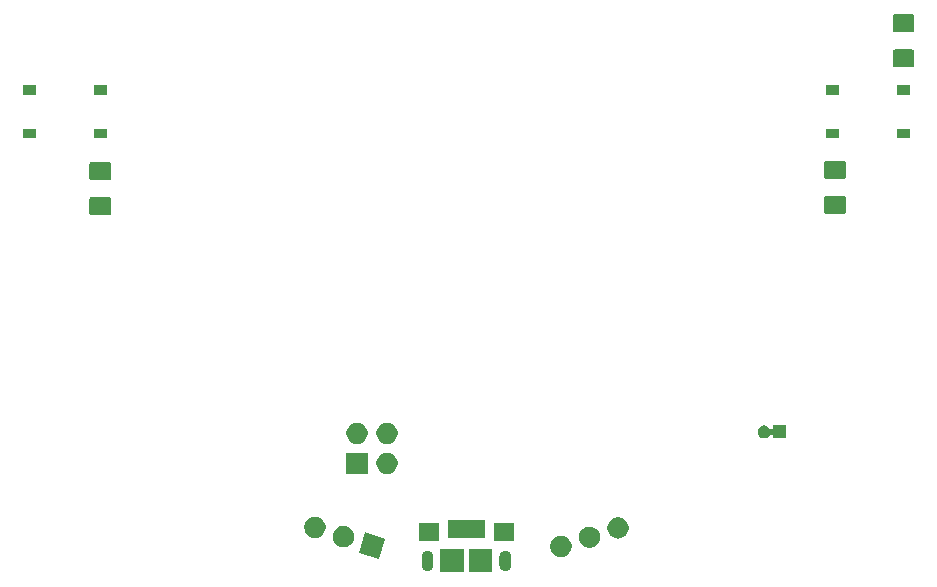
<source format=gbs>
G04 #@! TF.GenerationSoftware,KiCad,Pcbnew,(5.1.5)-3*
G04 #@! TF.CreationDate,2020-02-24T13:55:18+01:00*
G04 #@! TF.ProjectId,Badge,42616467-652e-46b6-9963-61645f706362,rev?*
G04 #@! TF.SameCoordinates,PX3473bc0PY3567e00*
G04 #@! TF.FileFunction,Soldermask,Bot*
G04 #@! TF.FilePolarity,Negative*
%FSLAX46Y46*%
G04 Gerber Fmt 4.6, Leading zero omitted, Abs format (unit mm)*
G04 Created by KiCad (PCBNEW (5.1.5)-3) date 2020-02-24 13:55:18*
%MOMM*%
%LPD*%
G04 APERTURE LIST*
%ADD10C,0.100000*%
G04 APERTURE END LIST*
D10*
G36*
X2201000Y-39001000D02*
G01*
X199000Y-39001000D01*
X199000Y-36999000D01*
X2201000Y-36999000D01*
X2201000Y-39001000D01*
G37*
G36*
X-199000Y-39001000D02*
G01*
X-2201000Y-39001000D01*
X-2201000Y-36999000D01*
X-199000Y-36999000D01*
X-199000Y-39001000D01*
G37*
G36*
X-3201787Y-37156249D02*
G01*
X-3107348Y-37184897D01*
X-3020313Y-37231418D01*
X-2944025Y-37294025D01*
X-2881418Y-37370313D01*
X-2834897Y-37457348D01*
X-2806249Y-37551787D01*
X-2799000Y-37625388D01*
X-2799000Y-38374612D01*
X-2806249Y-38448213D01*
X-2834897Y-38542652D01*
X-2881418Y-38629687D01*
X-2944025Y-38705975D01*
X-3020313Y-38768582D01*
X-3107349Y-38815103D01*
X-3201788Y-38843751D01*
X-3300000Y-38853424D01*
X-3398213Y-38843751D01*
X-3492652Y-38815103D01*
X-3579687Y-38768582D01*
X-3655975Y-38705975D01*
X-3718582Y-38629687D01*
X-3765103Y-38542651D01*
X-3793751Y-38448212D01*
X-3801000Y-38374611D01*
X-3801000Y-37625398D01*
X-3793750Y-37551789D01*
X-3793750Y-37551787D01*
X-3765102Y-37457348D01*
X-3718581Y-37370313D01*
X-3655974Y-37294025D01*
X-3579686Y-37231418D01*
X-3492651Y-37184897D01*
X-3398212Y-37156249D01*
X-3300000Y-37146576D01*
X-3201787Y-37156249D01*
G37*
G36*
X3398213Y-37156249D02*
G01*
X3492652Y-37184897D01*
X3579687Y-37231418D01*
X3655975Y-37294025D01*
X3718582Y-37370313D01*
X3765103Y-37457348D01*
X3793751Y-37551787D01*
X3801000Y-37625388D01*
X3801000Y-38374612D01*
X3793751Y-38448213D01*
X3765103Y-38542652D01*
X3718582Y-38629687D01*
X3655975Y-38705975D01*
X3579687Y-38768582D01*
X3492651Y-38815103D01*
X3398212Y-38843751D01*
X3300000Y-38853424D01*
X3201787Y-38843751D01*
X3107348Y-38815103D01*
X3020313Y-38768582D01*
X2944025Y-38705975D01*
X2881418Y-38629687D01*
X2834897Y-38542651D01*
X2806249Y-38448212D01*
X2799000Y-38374611D01*
X2799000Y-37625398D01*
X2806250Y-37551789D01*
X2806250Y-37551787D01*
X2834898Y-37457348D01*
X2881419Y-37370313D01*
X2944026Y-37294025D01*
X3020314Y-37231418D01*
X3107349Y-37184897D01*
X3201788Y-37156249D01*
X3300000Y-37146576D01*
X3398213Y-37156249D01*
G37*
G36*
X-6864674Y-36171522D02*
G01*
X-7421522Y-37885326D01*
X-9135326Y-37328478D01*
X-8578478Y-35614674D01*
X-6864674Y-36171522D01*
G37*
G36*
X8113512Y-35903927D02*
G01*
X8262812Y-35933624D01*
X8426784Y-36001544D01*
X8574354Y-36100147D01*
X8699853Y-36225646D01*
X8798456Y-36373216D01*
X8866376Y-36537188D01*
X8901000Y-36711259D01*
X8901000Y-36888741D01*
X8866376Y-37062812D01*
X8798456Y-37226784D01*
X8699853Y-37374354D01*
X8574354Y-37499853D01*
X8426784Y-37598456D01*
X8262812Y-37666376D01*
X8113512Y-37696073D01*
X8088742Y-37701000D01*
X7911258Y-37701000D01*
X7886488Y-37696073D01*
X7737188Y-37666376D01*
X7573216Y-37598456D01*
X7425646Y-37499853D01*
X7300147Y-37374354D01*
X7201544Y-37226784D01*
X7133624Y-37062812D01*
X7099000Y-36888741D01*
X7099000Y-36711259D01*
X7133624Y-36537188D01*
X7201544Y-36373216D01*
X7300147Y-36225646D01*
X7425646Y-36100147D01*
X7573216Y-36001544D01*
X7737188Y-35933624D01*
X7886488Y-35903927D01*
X7911258Y-35899000D01*
X8088742Y-35899000D01*
X8113512Y-35903927D01*
G37*
G36*
X10529196Y-35119024D02*
G01*
X10678496Y-35148721D01*
X10842468Y-35216641D01*
X10990038Y-35315244D01*
X11115537Y-35440743D01*
X11214140Y-35588313D01*
X11282060Y-35752285D01*
X11316684Y-35926356D01*
X11316684Y-36103838D01*
X11282060Y-36277909D01*
X11214140Y-36441881D01*
X11115537Y-36589451D01*
X10990038Y-36714950D01*
X10842468Y-36813553D01*
X10678496Y-36881473D01*
X10529196Y-36911170D01*
X10504426Y-36916097D01*
X10326942Y-36916097D01*
X10302172Y-36911170D01*
X10152872Y-36881473D01*
X9988900Y-36813553D01*
X9841330Y-36714950D01*
X9715831Y-36589451D01*
X9617228Y-36441881D01*
X9549308Y-36277909D01*
X9514684Y-36103838D01*
X9514684Y-35926356D01*
X9549308Y-35752285D01*
X9617228Y-35588313D01*
X9715831Y-35440743D01*
X9841330Y-35315244D01*
X9988900Y-35216641D01*
X10152872Y-35148721D01*
X10302172Y-35119024D01*
X10326942Y-35114097D01*
X10504426Y-35114097D01*
X10529196Y-35119024D01*
G37*
G36*
X-10302172Y-35069024D02*
G01*
X-10152872Y-35098721D01*
X-9988900Y-35166641D01*
X-9841330Y-35265244D01*
X-9715831Y-35390743D01*
X-9617228Y-35538313D01*
X-9549308Y-35702285D01*
X-9514684Y-35876356D01*
X-9514684Y-36053838D01*
X-9549308Y-36227909D01*
X-9617228Y-36391881D01*
X-9715831Y-36539451D01*
X-9841330Y-36664950D01*
X-9988900Y-36763553D01*
X-10152872Y-36831473D01*
X-10302172Y-36861170D01*
X-10326942Y-36866097D01*
X-10504426Y-36866097D01*
X-10529196Y-36861170D01*
X-10678496Y-36831473D01*
X-10842468Y-36763553D01*
X-10990038Y-36664950D01*
X-11115537Y-36539451D01*
X-11214140Y-36391881D01*
X-11282060Y-36227909D01*
X-11316684Y-36053838D01*
X-11316684Y-35876356D01*
X-11282060Y-35702285D01*
X-11214140Y-35538313D01*
X-11115537Y-35390743D01*
X-10990038Y-35265244D01*
X-10842468Y-35166641D01*
X-10678496Y-35098721D01*
X-10529196Y-35069024D01*
X-10504426Y-35064097D01*
X-10326942Y-35064097D01*
X-10302172Y-35069024D01*
G37*
G36*
X4051000Y-36301000D02*
G01*
X2349000Y-36301000D01*
X2349000Y-34799000D01*
X4051000Y-34799000D01*
X4051000Y-36301000D01*
G37*
G36*
X-2349000Y-36301000D02*
G01*
X-4051000Y-36301000D01*
X-4051000Y-34799000D01*
X-2349000Y-34799000D01*
X-2349000Y-36301000D01*
G37*
G36*
X12944879Y-34334121D02*
G01*
X13094179Y-34363818D01*
X13258151Y-34431738D01*
X13405721Y-34530341D01*
X13531220Y-34655840D01*
X13629823Y-34803410D01*
X13697743Y-34967382D01*
X13732367Y-35141453D01*
X13732367Y-35318935D01*
X13697743Y-35493006D01*
X13629823Y-35656978D01*
X13531220Y-35804548D01*
X13405721Y-35930047D01*
X13258151Y-36028650D01*
X13094179Y-36096570D01*
X12944879Y-36126267D01*
X12920109Y-36131194D01*
X12742625Y-36131194D01*
X12717855Y-36126267D01*
X12568555Y-36096570D01*
X12404583Y-36028650D01*
X12257013Y-35930047D01*
X12131514Y-35804548D01*
X12032911Y-35656978D01*
X11964991Y-35493006D01*
X11930367Y-35318935D01*
X11930367Y-35141453D01*
X11964991Y-34967382D01*
X12032911Y-34803410D01*
X12131514Y-34655840D01*
X12257013Y-34530341D01*
X12404583Y-34431738D01*
X12568555Y-34363818D01*
X12717855Y-34334121D01*
X12742625Y-34329194D01*
X12920109Y-34329194D01*
X12944879Y-34334121D01*
G37*
G36*
X-12717855Y-34284121D02*
G01*
X-12568555Y-34313818D01*
X-12404583Y-34381738D01*
X-12257013Y-34480341D01*
X-12131514Y-34605840D01*
X-12032911Y-34753410D01*
X-11964991Y-34917382D01*
X-11930367Y-35091453D01*
X-11930367Y-35268935D01*
X-11964991Y-35443006D01*
X-12032911Y-35606978D01*
X-12131514Y-35754548D01*
X-12257013Y-35880047D01*
X-12404583Y-35978650D01*
X-12568555Y-36046570D01*
X-12717855Y-36076267D01*
X-12742625Y-36081194D01*
X-12920109Y-36081194D01*
X-12944879Y-36076267D01*
X-13094179Y-36046570D01*
X-13258151Y-35978650D01*
X-13405721Y-35880047D01*
X-13531220Y-35754548D01*
X-13629823Y-35606978D01*
X-13697743Y-35443006D01*
X-13732367Y-35268935D01*
X-13732367Y-35091453D01*
X-13697743Y-34917382D01*
X-13629823Y-34753410D01*
X-13531220Y-34605840D01*
X-13405721Y-34480341D01*
X-13258151Y-34381738D01*
X-13094179Y-34313818D01*
X-12944879Y-34284121D01*
X-12920109Y-34279194D01*
X-12742625Y-34279194D01*
X-12717855Y-34284121D01*
G37*
G36*
X1551000Y-36051000D02*
G01*
X-1551000Y-36051000D01*
X-1551000Y-34599000D01*
X1551000Y-34599000D01*
X1551000Y-36051000D01*
G37*
G36*
X-8369000Y-30671000D02*
G01*
X-10171000Y-30671000D01*
X-10171000Y-28869000D01*
X-8369000Y-28869000D01*
X-8369000Y-30671000D01*
G37*
G36*
X-6616488Y-28873927D02*
G01*
X-6467188Y-28903624D01*
X-6303216Y-28971544D01*
X-6155646Y-29070147D01*
X-6030147Y-29195646D01*
X-5931544Y-29343216D01*
X-5863624Y-29507188D01*
X-5829000Y-29681259D01*
X-5829000Y-29858741D01*
X-5863624Y-30032812D01*
X-5931544Y-30196784D01*
X-6030147Y-30344354D01*
X-6155646Y-30469853D01*
X-6303216Y-30568456D01*
X-6467188Y-30636376D01*
X-6616488Y-30666073D01*
X-6641258Y-30671000D01*
X-6818742Y-30671000D01*
X-6843512Y-30666073D01*
X-6992812Y-30636376D01*
X-7156784Y-30568456D01*
X-7304354Y-30469853D01*
X-7429853Y-30344354D01*
X-7528456Y-30196784D01*
X-7596376Y-30032812D01*
X-7631000Y-29858741D01*
X-7631000Y-29681259D01*
X-7596376Y-29507188D01*
X-7528456Y-29343216D01*
X-7429853Y-29195646D01*
X-7304354Y-29070147D01*
X-7156784Y-28971544D01*
X-6992812Y-28903624D01*
X-6843512Y-28873927D01*
X-6818742Y-28869000D01*
X-6641258Y-28869000D01*
X-6616488Y-28873927D01*
G37*
G36*
X-6616488Y-26333927D02*
G01*
X-6467188Y-26363624D01*
X-6303216Y-26431544D01*
X-6155646Y-26530147D01*
X-6030147Y-26655646D01*
X-5931544Y-26803216D01*
X-5863624Y-26967188D01*
X-5829000Y-27141259D01*
X-5829000Y-27318741D01*
X-5863624Y-27492812D01*
X-5931544Y-27656784D01*
X-6030147Y-27804354D01*
X-6155646Y-27929853D01*
X-6303216Y-28028456D01*
X-6467188Y-28096376D01*
X-6616488Y-28126073D01*
X-6641258Y-28131000D01*
X-6818742Y-28131000D01*
X-6843512Y-28126073D01*
X-6992812Y-28096376D01*
X-7156784Y-28028456D01*
X-7304354Y-27929853D01*
X-7429853Y-27804354D01*
X-7528456Y-27656784D01*
X-7596376Y-27492812D01*
X-7631000Y-27318741D01*
X-7631000Y-27141259D01*
X-7596376Y-26967188D01*
X-7528456Y-26803216D01*
X-7429853Y-26655646D01*
X-7304354Y-26530147D01*
X-7156784Y-26431544D01*
X-6992812Y-26363624D01*
X-6843512Y-26333927D01*
X-6818742Y-26329000D01*
X-6641258Y-26329000D01*
X-6616488Y-26333927D01*
G37*
G36*
X-9156488Y-26333927D02*
G01*
X-9007188Y-26363624D01*
X-8843216Y-26431544D01*
X-8695646Y-26530147D01*
X-8570147Y-26655646D01*
X-8471544Y-26803216D01*
X-8403624Y-26967188D01*
X-8369000Y-27141259D01*
X-8369000Y-27318741D01*
X-8403624Y-27492812D01*
X-8471544Y-27656784D01*
X-8570147Y-27804354D01*
X-8695646Y-27929853D01*
X-8843216Y-28028456D01*
X-9007188Y-28096376D01*
X-9156488Y-28126073D01*
X-9181258Y-28131000D01*
X-9358742Y-28131000D01*
X-9383512Y-28126073D01*
X-9532812Y-28096376D01*
X-9696784Y-28028456D01*
X-9844354Y-27929853D01*
X-9969853Y-27804354D01*
X-10068456Y-27656784D01*
X-10136376Y-27492812D01*
X-10171000Y-27318741D01*
X-10171000Y-27141259D01*
X-10136376Y-26967188D01*
X-10068456Y-26803216D01*
X-9969853Y-26655646D01*
X-9844354Y-26530147D01*
X-9696784Y-26431544D01*
X-9532812Y-26363624D01*
X-9383512Y-26333927D01*
X-9358742Y-26329000D01*
X-9181258Y-26329000D01*
X-9156488Y-26333927D01*
G37*
G36*
X25360721Y-26570174D02*
G01*
X25460995Y-26611709D01*
X25460996Y-26611710D01*
X25551242Y-26672010D01*
X25627990Y-26748758D01*
X25627991Y-26748760D01*
X25690068Y-26841664D01*
X25705614Y-26860606D01*
X25724556Y-26876151D01*
X25746167Y-26887702D01*
X25769615Y-26894815D01*
X25794002Y-26897217D01*
X25818388Y-26894815D01*
X25841837Y-26887702D01*
X25863447Y-26876151D01*
X25882389Y-26860605D01*
X25897934Y-26841663D01*
X25909485Y-26820052D01*
X25916598Y-26796604D01*
X25919000Y-26772218D01*
X25919000Y-26549000D01*
X27021000Y-26549000D01*
X27021000Y-27651000D01*
X25919000Y-27651000D01*
X25919000Y-27427782D01*
X25916598Y-27403396D01*
X25909485Y-27379947D01*
X25897934Y-27358336D01*
X25882389Y-27339394D01*
X25863447Y-27323849D01*
X25841836Y-27312298D01*
X25818387Y-27305185D01*
X25794001Y-27302783D01*
X25769615Y-27305185D01*
X25746166Y-27312298D01*
X25724555Y-27323849D01*
X25705613Y-27339394D01*
X25690068Y-27358336D01*
X25648988Y-27419816D01*
X25627990Y-27451242D01*
X25551242Y-27527990D01*
X25505812Y-27558345D01*
X25460995Y-27588291D01*
X25360721Y-27629826D01*
X25254270Y-27651000D01*
X25145730Y-27651000D01*
X25039279Y-27629826D01*
X24939005Y-27588291D01*
X24894188Y-27558345D01*
X24848758Y-27527990D01*
X24772010Y-27451242D01*
X24740041Y-27403396D01*
X24711709Y-27360995D01*
X24670174Y-27260721D01*
X24649000Y-27154270D01*
X24649000Y-27045730D01*
X24670174Y-26939279D01*
X24711709Y-26839005D01*
X24772009Y-26748760D01*
X24772010Y-26748758D01*
X24848758Y-26672010D01*
X24939004Y-26611710D01*
X24939005Y-26611709D01*
X25039279Y-26570174D01*
X25145730Y-26549000D01*
X25254270Y-26549000D01*
X25360721Y-26570174D01*
G37*
G36*
X-30224438Y-7228181D02*
G01*
X-30189519Y-7238774D01*
X-30157337Y-7255976D01*
X-30129127Y-7279127D01*
X-30105976Y-7307337D01*
X-30088774Y-7339519D01*
X-30078181Y-7374438D01*
X-30074000Y-7416895D01*
X-30074000Y-8558105D01*
X-30078181Y-8600562D01*
X-30088774Y-8635481D01*
X-30105976Y-8667663D01*
X-30129127Y-8695873D01*
X-30157337Y-8719024D01*
X-30189519Y-8736226D01*
X-30224438Y-8746819D01*
X-30266895Y-8751000D01*
X-31733105Y-8751000D01*
X-31775562Y-8746819D01*
X-31810481Y-8736226D01*
X-31842663Y-8719024D01*
X-31870873Y-8695873D01*
X-31894024Y-8667663D01*
X-31911226Y-8635481D01*
X-31921819Y-8600562D01*
X-31926000Y-8558105D01*
X-31926000Y-7416895D01*
X-31921819Y-7374438D01*
X-31911226Y-7339519D01*
X-31894024Y-7307337D01*
X-31870873Y-7279127D01*
X-31842663Y-7255976D01*
X-31810481Y-7238774D01*
X-31775562Y-7228181D01*
X-31733105Y-7224000D01*
X-30266895Y-7224000D01*
X-30224438Y-7228181D01*
G37*
G36*
X31975562Y-7128181D02*
G01*
X32010481Y-7138774D01*
X32042663Y-7155976D01*
X32070873Y-7179127D01*
X32094024Y-7207337D01*
X32111226Y-7239519D01*
X32121819Y-7274438D01*
X32126000Y-7316895D01*
X32126000Y-8458105D01*
X32121819Y-8500562D01*
X32111226Y-8535481D01*
X32094024Y-8567663D01*
X32070873Y-8595873D01*
X32042663Y-8619024D01*
X32010481Y-8636226D01*
X31975562Y-8646819D01*
X31933105Y-8651000D01*
X30466895Y-8651000D01*
X30424438Y-8646819D01*
X30389519Y-8636226D01*
X30357337Y-8619024D01*
X30329127Y-8595873D01*
X30305976Y-8567663D01*
X30288774Y-8535481D01*
X30278181Y-8500562D01*
X30274000Y-8458105D01*
X30274000Y-7316895D01*
X30278181Y-7274438D01*
X30288774Y-7239519D01*
X30305976Y-7207337D01*
X30329127Y-7179127D01*
X30357337Y-7155976D01*
X30389519Y-7138774D01*
X30424438Y-7128181D01*
X30466895Y-7124000D01*
X31933105Y-7124000D01*
X31975562Y-7128181D01*
G37*
G36*
X-30224438Y-4253181D02*
G01*
X-30189519Y-4263774D01*
X-30157337Y-4280976D01*
X-30129127Y-4304127D01*
X-30105976Y-4332337D01*
X-30088774Y-4364519D01*
X-30078181Y-4399438D01*
X-30074000Y-4441895D01*
X-30074000Y-5583105D01*
X-30078181Y-5625562D01*
X-30088774Y-5660481D01*
X-30105976Y-5692663D01*
X-30129127Y-5720873D01*
X-30157337Y-5744024D01*
X-30189519Y-5761226D01*
X-30224438Y-5771819D01*
X-30266895Y-5776000D01*
X-31733105Y-5776000D01*
X-31775562Y-5771819D01*
X-31810481Y-5761226D01*
X-31842663Y-5744024D01*
X-31870873Y-5720873D01*
X-31894024Y-5692663D01*
X-31911226Y-5660481D01*
X-31921819Y-5625562D01*
X-31926000Y-5583105D01*
X-31926000Y-4441895D01*
X-31921819Y-4399438D01*
X-31911226Y-4364519D01*
X-31894024Y-4332337D01*
X-31870873Y-4304127D01*
X-31842663Y-4280976D01*
X-31810481Y-4263774D01*
X-31775562Y-4253181D01*
X-31733105Y-4249000D01*
X-30266895Y-4249000D01*
X-30224438Y-4253181D01*
G37*
G36*
X31975562Y-4153181D02*
G01*
X32010481Y-4163774D01*
X32042663Y-4180976D01*
X32070873Y-4204127D01*
X32094024Y-4232337D01*
X32111226Y-4264519D01*
X32121819Y-4299438D01*
X32126000Y-4341895D01*
X32126000Y-5483105D01*
X32121819Y-5525562D01*
X32111226Y-5560481D01*
X32094024Y-5592663D01*
X32070873Y-5620873D01*
X32042663Y-5644024D01*
X32010481Y-5661226D01*
X31975562Y-5671819D01*
X31933105Y-5676000D01*
X30466895Y-5676000D01*
X30424438Y-5671819D01*
X30389519Y-5661226D01*
X30357337Y-5644024D01*
X30329127Y-5620873D01*
X30305976Y-5592663D01*
X30288774Y-5560481D01*
X30278181Y-5525562D01*
X30274000Y-5483105D01*
X30274000Y-4341895D01*
X30278181Y-4299438D01*
X30288774Y-4264519D01*
X30305976Y-4232337D01*
X30329127Y-4204127D01*
X30357337Y-4180976D01*
X30389519Y-4163774D01*
X30424438Y-4153181D01*
X30466895Y-4149000D01*
X31933105Y-4149000D01*
X31975562Y-4153181D01*
G37*
G36*
X37551000Y-2251000D02*
G01*
X36449000Y-2251000D01*
X36449000Y-1449000D01*
X37551000Y-1449000D01*
X37551000Y-2251000D01*
G37*
G36*
X31551000Y-2251000D02*
G01*
X30449000Y-2251000D01*
X30449000Y-1449000D01*
X31551000Y-1449000D01*
X31551000Y-2251000D01*
G37*
G36*
X-30449000Y-2251000D02*
G01*
X-31551000Y-2251000D01*
X-31551000Y-1449000D01*
X-30449000Y-1449000D01*
X-30449000Y-2251000D01*
G37*
G36*
X-36449000Y-2251000D02*
G01*
X-37551000Y-2251000D01*
X-37551000Y-1449000D01*
X-36449000Y-1449000D01*
X-36449000Y-2251000D01*
G37*
G36*
X37551000Y1449000D02*
G01*
X36449000Y1449000D01*
X36449000Y2251000D01*
X37551000Y2251000D01*
X37551000Y1449000D01*
G37*
G36*
X31551000Y1449000D02*
G01*
X30449000Y1449000D01*
X30449000Y2251000D01*
X31551000Y2251000D01*
X31551000Y1449000D01*
G37*
G36*
X-30449000Y1449000D02*
G01*
X-31551000Y1449000D01*
X-31551000Y2251000D01*
X-30449000Y2251000D01*
X-30449000Y1449000D01*
G37*
G36*
X-36449000Y1449000D02*
G01*
X-37551000Y1449000D01*
X-37551000Y2251000D01*
X-36449000Y2251000D01*
X-36449000Y1449000D01*
G37*
G36*
X37775562Y5271819D02*
G01*
X37810481Y5261226D01*
X37842663Y5244024D01*
X37870873Y5220873D01*
X37894024Y5192663D01*
X37911226Y5160481D01*
X37921819Y5125562D01*
X37926000Y5083105D01*
X37926000Y3941895D01*
X37921819Y3899438D01*
X37911226Y3864519D01*
X37894024Y3832337D01*
X37870873Y3804127D01*
X37842663Y3780976D01*
X37810481Y3763774D01*
X37775562Y3753181D01*
X37733105Y3749000D01*
X36266895Y3749000D01*
X36224438Y3753181D01*
X36189519Y3763774D01*
X36157337Y3780976D01*
X36129127Y3804127D01*
X36105976Y3832337D01*
X36088774Y3864519D01*
X36078181Y3899438D01*
X36074000Y3941895D01*
X36074000Y5083105D01*
X36078181Y5125562D01*
X36088774Y5160481D01*
X36105976Y5192663D01*
X36129127Y5220873D01*
X36157337Y5244024D01*
X36189519Y5261226D01*
X36224438Y5271819D01*
X36266895Y5276000D01*
X37733105Y5276000D01*
X37775562Y5271819D01*
G37*
G36*
X37775562Y8246819D02*
G01*
X37810481Y8236226D01*
X37842663Y8219024D01*
X37870873Y8195873D01*
X37894024Y8167663D01*
X37911226Y8135481D01*
X37921819Y8100562D01*
X37926000Y8058105D01*
X37926000Y6916895D01*
X37921819Y6874438D01*
X37911226Y6839519D01*
X37894024Y6807337D01*
X37870873Y6779127D01*
X37842663Y6755976D01*
X37810481Y6738774D01*
X37775562Y6728181D01*
X37733105Y6724000D01*
X36266895Y6724000D01*
X36224438Y6728181D01*
X36189519Y6738774D01*
X36157337Y6755976D01*
X36129127Y6779127D01*
X36105976Y6807337D01*
X36088774Y6839519D01*
X36078181Y6874438D01*
X36074000Y6916895D01*
X36074000Y8058105D01*
X36078181Y8100562D01*
X36088774Y8135481D01*
X36105976Y8167663D01*
X36129127Y8195873D01*
X36157337Y8219024D01*
X36189519Y8236226D01*
X36224438Y8246819D01*
X36266895Y8251000D01*
X37733105Y8251000D01*
X37775562Y8246819D01*
G37*
M02*

</source>
